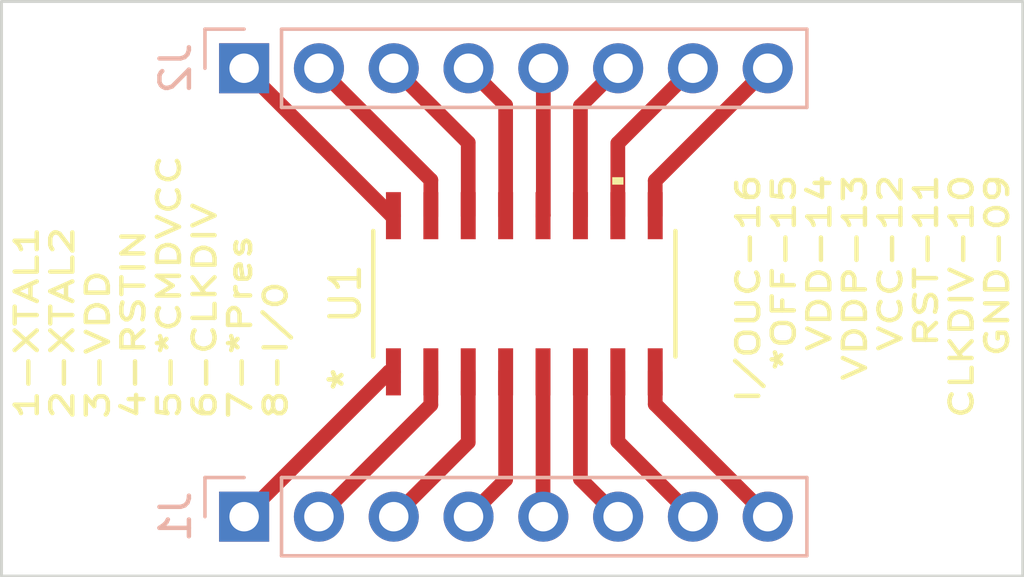
<source format=kicad_pcb>
(kicad_pcb (version 20240108) (generator "pcbnew") (generator_version "8.0")
  (title_block (date "sam. 04 avril 2015"))
  (layers (0 "F.Cu" signal) (31 "B.Cu" signal) (34 "B.Paste" user) (35 "F.Paste" user) (36 "B.SilkS" user "B.Silkscreen") (37 "F.SilkS" user "F.Silkscreen") (38 "B.Mask" user) (39 "F.Mask" user) (44 "Edge.Cuts" user))
  (net 0 "")
  (net 1 "Net-(J1-Pin_7)")
  (net 2 "Net-(J1-Pin_6)")
  (net 3 "Net-(J1-Pin_4)")
  (net 4 "Net-(J1-Pin_1)")
  (net 5 "Net-(J1-Pin_3)")
  (net 6 "Net-(J1-Pin_5)")
  (net 7 "Net-(J1-Pin_2)")
  (net 8 "Net-(J1-Pin_8)")
  (net 9 "Net-(J2-Pin_2)")
  (net 10 "Net-(J2-Pin_5)")
  (net 11 "Net-(J2-Pin_6)")
  (net 12 "Net-(J2-Pin_4)")
  (net 13 "Net-(J2-Pin_3)")
  (net 14 "Net-(J2-Pin_1)")
  (net 15 "Net-(J2-Pin_8)")
  (net 16 "Net-(J2-Pin_7)")
  (footprint "Arduino_MountingHole:MountingHole_65mil" (layer "F.Cu") (at 98.5 83.51)
    (property "Reference" "MH2" (hide yes))
    (property "Value" "MountingHole_65mil" (hide yes))
    (pad "" np_thru_hole circle (at 0 0) (size 1.651 1.651) (drill 1.651) (layers "F&B.Cu" "*.Mask"))
  )
  (footprint "project_custom:SO-16_STM" (layer "F.Cu") (at 113.325 91.1543 90)
    (property "Reference" "U1" (at 0 -6.075 90) (layer "F.SilkS"))
    (property "Value" "ST8034TDT")
    (fp_line (start 2.1336 -5.1308) (end -2.1336 -5.1308) (stroke (width 0.1524)) (layer "F.SilkS"))
    (fp_line (start -2.1336 5.1308) (end 2.1336 5.1308) (stroke (width 0.1524)) (layer "F.SilkS"))
    (fp_poly (pts (xy 3.9624 2.9845) (xy 3.9624 3.3655) (xy 3.7084 3.3655) (xy 3.7084 2.9845)) (fill solid) (layer "F.SilkS"))
    (fp_text user "*" (at -2.9083 -6.096 90) (layer "F.SilkS"))
    (fp_text user "*" (at -2.9083 -6.096 90) (layer "F.SilkS"))
    (pad "1" smd rect (at -2.6543 -4.445 90) (size 1.6002 0.508) (layers "F.Cu" "F.Paste" "F.Mask") (net 4 "Net-(J1-Pin_1)"))
    (pad "2" smd rect (at -2.6543 -3.175 90) (size 1.6002 0.508) (layers "F.Cu" "F.Paste" "F.Mask") (net 7 "Net-(J1-Pin_2)"))
    (pad "3" smd rect (at -2.6543 -1.905 90) (size 1.6002 0.508) (layers "F.Cu" "F.Paste" "F.Mask") (net 5 "Net-(J1-Pin_3)"))
    (pad "4" smd rect (at -2.6543 -0.635 90) (size 1.6002 0.508) (layers "F.Cu" "F.Paste" "F.Mask") (net 3 "Net-(J1-Pin_4)"))
    (pad "5" smd rect (at -2.6543 0.635 90) (size 1.6002 0.508) (layers "F.Cu" "F.Paste" "F.Mask") (net 6 "Net-(J1-Pin_5)"))
    (pad "6" smd rect (at -2.6543 1.905 90) (size 1.6002 0.508) (layers "F.Cu" "F.Paste" "F.Mask") (net 2 "Net-(J1-Pin_6)"))
    (pad "7" smd rect (at -2.6543 3.175 90) (size 1.6002 0.508) (layers "F.Cu" "F.Paste" "F.Mask") (net 1 "Net-(J1-Pin_7)"))
    (pad "8" smd rect (at -2.6543 4.445 90) (size 1.6002 0.508) (layers "F.Cu" "F.Paste" "F.Mask") (net 8 "Net-(J1-Pin_8)"))
    (pad "9" smd rect (at 2.6543 4.445 90) (size 1.6002 0.508) (layers "F.Cu" "F.Paste" "F.Mask") (net 15 "Net-(J2-Pin_8)"))
    (pad "10" smd rect (at 2.6543 3.175 90) (size 1.6002 0.508) (layers "F.Cu" "F.Paste" "F.Mask") (net 16 "Net-(J2-Pin_7)"))
    (pad "11" smd rect (at 2.6543 1.905 90) (size 1.6002 0.508) (layers "F.Cu" "F.Paste" "F.Mask") (net 11 "Net-(J2-Pin_6)"))
    (pad "12" smd rect (at 2.6543 0.635 90) (size 1.6002 0.508) (layers "F.Cu" "F.Paste" "F.Mask") (net 10 "Net-(J2-Pin_5)"))
    (pad "13" smd rect (at 2.6543 -0.635 90) (size 1.6002 0.508) (layers "F.Cu" "F.Paste" "F.Mask") (net 12 "Net-(J2-Pin_4)"))
    (pad "14" smd rect (at 2.6543 -1.905 90) (size 1.6002 0.508) (layers "F.Cu" "F.Paste" "F.Mask") (net 13 "Net-(J2-Pin_3)"))
    (pad "15" smd rect (at 2.6543 -3.175 90) (size 1.6002 0.508) (layers "F.Cu" "F.Paste" "F.Mask") (net 9 "Net-(J2-Pin_2)"))
    (pad "16" smd rect (at 2.6543 -4.445 90) (size 1.6002 0.508) (layers "F.Cu" "F.Paste" "F.Mask") (net 14 "Net-(J2-Pin_1)"))
  )
  (footprint "Arduino_MountingHole:MountingHole_65mil" (layer "F.Cu") (at 127.25 98.74)
    (property "Reference" "MH4" (hide yes))
    (property "Value" "MountingHole_65mil" (hide yes))
    (pad "" np_thru_hole circle (at 0 0) (size 1.651 1.651) (drill 1.651) (layers "F&B.Cu" "*.Mask"))
  )
  (footprint "Arduino_MountingHole:MountingHole_65mil" (layer "F.Cu") (at 98.5 98.75)
    (property "Reference" "MH1" (hide yes))
    (property "Value" "MountingHole_65mil" (hide yes))
    (pad "" np_thru_hole circle (at 0 0) (size 1.651 1.651) (drill 1.651) (layers "F&B.Cu" "*.Mask"))
  )
  (footprint "Arduino_MountingHole:MountingHole_65mil" (layer "F.Cu") (at 127.25 83.5)
    (property "Reference" "MH3" (hide yes))
    (property "Value" "MountingHole_65mil" (hide yes))
    (pad "" np_thru_hole circle (at 0 0) (size 1.651 1.651) (drill 1.651) (layers "F&B.Cu" "*.Mask"))
  )
  (footprint "Connector_PinHeader_2.54mm:PinHeader_1x08_P2.54mm_Vertical" (layer "B.Cu") (at 103.81 98.73 -90)
    (property "Reference" "J1" (at 0 2.33 90) (layer "B.SilkS") (effects (justify mirror)))
    (property "Value" "Analog" (hide yes))
    (fp_line (start -1.33 1.33) (end -1.33 0) (stroke (width 0.12)) (layer "B.SilkS"))
    (fp_line (start 0 1.33) (end -1.33 1.33) (stroke (width 0.12)) (layer "B.SilkS"))
    (fp_line (start 1.33 -1.27) (end -1.33 -1.27) (stroke (width 0.12)) (layer "B.SilkS"))
    (fp_line (start -1.33 -19.11) (end -1.33 -1.27) (stroke (width 0.12)) (layer "B.SilkS"))
    (fp_line (start 1.33 -19.11) (end 1.33 -1.27) (stroke (width 0.12)) (layer "B.SilkS"))
    (fp_line (start 1.33 -19.11) (end -1.33 -19.11) (stroke (width 0.12)) (layer "B.SilkS"))
    (pad "1" thru_hole rect (at 0 0 270) (size 1.7 1.7) (drill 1) (layers "*.Cu" "*.Mask") (net 4 "Net-(J1-Pin_1)"))
    (pad "2" thru_hole oval (at 0 -2.54 270) (size 1.7 1.7) (drill 1) (layers "*.Cu" "*.Mask") (net 7 "Net-(J1-Pin_2)"))
    (pad "3" thru_hole oval (at 0 -5.08 270) (size 1.7 1.7) (drill 1) (layers "*.Cu" "*.Mask") (net 5 "Net-(J1-Pin_3)"))
    (pad "4" thru_hole oval (at 0 -7.62 270) (size 1.7 1.7) (drill 1) (layers "*.Cu" "*.Mask") (net 3 "Net-(J1-Pin_4)"))
    (pad "5" thru_hole oval (at 0 -10.16 270) (size 1.7 1.7) (drill 1) (layers "*.Cu" "*.Mask") (net 6 "Net-(J1-Pin_5)"))
    (pad "6" thru_hole oval (at 0 -12.7 270) (size 1.7 1.7) (drill 1) (layers "*.Cu" "*.Mask") (net 2 "Net-(J1-Pin_6)"))
    (pad "7" thru_hole oval (at 0 -15.24 270) (size 1.7 1.7) (drill 1) (layers "*.Cu" "*.Mask") (net 1 "Net-(J1-Pin_7)"))
    (pad "8" thru_hole oval (at 0 -17.78 270) (size 1.7 1.7) (drill 1) (layers "*.Cu" "*.Mask") (net 8 "Net-(J1-Pin_8)"))
  )
  (footprint "Connector_PinHeader_2.54mm:PinHeader_1x08_P2.54mm_Vertical" (layer "B.Cu") (at 103.81 83.49 -90)
    (property "Reference" "J2" (at 0 2.33 90) (layer "B.SilkS") (effects (justify mirror)))
    (property "Value" "Digital" (hide yes))
    (fp_line (start -1.33 1.33) (end -1.33 0) (stroke (width 0.12)) (layer "B.SilkS"))
    (fp_line (start 0 1.33) (end -1.33 1.33) (stroke (width 0.12)) (layer "B.SilkS"))
    (fp_line (start 1.33 -1.27) (end -1.33 -1.27) (stroke (width 0.12)) (layer "B.SilkS"))
    (fp_line (start -1.33 -19.11) (end -1.33 -1.27) (stroke (width 0.12)) (layer "B.SilkS"))
    (fp_line (start 1.33 -19.11) (end 1.33 -1.27) (stroke (width 0.12)) (layer "B.SilkS"))
    (fp_line (start 1.33 -19.11) (end -1.33 -19.11) (stroke (width 0.12)) (layer "B.SilkS"))
    (pad "1" thru_hole rect (at 0 0 270) (size 1.7 1.7) (drill 1) (layers "*.Cu" "*.Mask") (net 14 "Net-(J2-Pin_1)"))
    (pad "2" thru_hole oval (at 0 -2.54 270) (size 1.7 1.7) (drill 1) (layers "*.Cu" "*.Mask") (net 9 "Net-(J2-Pin_2)"))
    (pad "3" thru_hole oval (at 0 -5.08 270) (size 1.7 1.7) (drill 1) (layers "*.Cu" "*.Mask") (net 13 "Net-(J2-Pin_3)"))
    (pad "4" thru_hole oval (at 0 -7.62 270) (size 1.7 1.7) (drill 1) (layers "*.Cu" "*.Mask") (net 12 "Net-(J2-Pin_4)"))
    (pad "5" thru_hole oval (at 0 -10.16 270) (size 1.7 1.7) (drill 1) (layers "*.Cu" "*.Mask") (net 10 "Net-(J2-Pin_5)"))
    (pad "6" thru_hole oval (at 0 -12.7 270) (size 1.7 1.7) (drill 1) (layers "*.Cu" "*.Mask") (net 11 "Net-(J2-Pin_6)"))
    (pad "7" thru_hole oval (at 0 -15.24 270) (size 1.7 1.7) (drill 1) (layers "*.Cu" "*.Mask") (net 16 "Net-(J2-Pin_7)"))
    (pad "8" thru_hole oval (at 0 -17.78 270) (size 1.7 1.7) (drill 1) (layers "*.Cu" "*.Mask") (net 15 "Net-(J2-Pin_8)"))
  )
  (gr_rect (start 95.57 81.22) (end 130.25 100.75) (stroke (width 0.1)) (fill none) (layer "Edge.Cuts"))
  (gr_text "1-XTAL1\n2-XTAL2\n3-VDD\n4-RSTIN\n5-*CMDVCC\n6-CLKDIV\n7-*Pres\n8-I/0" (at 105.32 95.5 90) (layer "F.SilkS") (effects (font (size 0.75 1)) (justify left bottom)))
  (gr_text "I/OUC-16\n*OFF-15\nVDD-14\nVDDP-13\nVCC-12\nRST-11\nCLKDIV-10\nGND-09" (at 129.82 87 90) (layer "F.SilkS") (effects (font (size 0.75 1)) (justify right bottom)))
  (segment (start 116.5 93.8086) (end 116.5 96.18) (width 0.5) (layer "F.Cu") (net 1))
  (segment (start 116.5 96.18) (end 119.05 98.73) (width 0.5) (layer "F.Cu") (net 1))
  (segment (start 115.23 97.45) (end 116.51 98.73) (width 0.5) (layer "F.Cu") (net 2))
  (segment (start 115.23 93.8086) (end 115.23 97.45) (width 0.5) (layer "F.Cu") (net 2))
  (segment (start 112.69 97.47) (end 111.43 98.73) (width 0.5) (layer "F.Cu") (net 3))
  (segment (start 112.69 93.8086) (end 112.69 97.47) (width 0.5) (layer "F.Cu") (net 3))
  (segment (start 108.7314 93.8086) (end 103.81 98.73) (width 0.5) (layer "F.Cu") (net 4))
  (segment (start 108.88 93.8086) (end 108.7314 93.8086) (width 0.5) (layer "F.Cu") (net 4))
  (segment (start 111.42 96.2) (end 108.89 98.73) (width 0.5) (layer "F.Cu") (net 5))
  (segment (start 111.42 93.8086) (end 111.42 96.2) (width 0.5) (layer "F.Cu") (net 5))
  (segment (start 113.96 98.72) (end 113.97 98.73) (width 0.5) (layer "F.Cu") (net 6))
  (segment (start 113.96 93.8086) (end 113.96 98.72) (width 0.5) (layer "F.Cu") (net 6))
  (segment (start 110.15 94.93) (end 106.35 98.73) (width 0.5) (layer "F.Cu") (net 7))
  (segment (start 110.15 93.8086) (end 110.15 94.93) (width 0.5) (layer "F.Cu") (net 7))
  (segment (start 117.77 93.8086) (end 117.77 94.91) (width 0.5) (layer "F.Cu") (net 8))
  (segment (start 117.77 94.91) (end 121.59 98.73) (width 0.5) (layer "F.Cu") (net 8))
  (segment (start 110.15 87.29) (end 106.35 83.49) (width 0.5) (layer "F.Cu") (net 9))
  (segment (start 110.15 88.5) (end 110.15 87.29) (width 0.5) (layer "F.Cu") (net 9))
  (segment (start 113.97 88.49) (end 113.96 88.5) (width 0.5) (layer "F.Cu") (net 10))
  (segment (start 113.97 83.49) (end 113.97 88.49) (width 0.5) (layer "F.Cu") (net 10))
  (segment (start 115.23 84.77) (end 115.23 88.5) (width 0.5) (layer "F.Cu") (net 11))
  (segment (start 116.51 83.49) (end 115.23 84.77) (width 0.5) (layer "F.Cu") (net 11))
  (segment (start 111.43 83.49) (end 112.69 84.75) (width 0.5) (layer "F.Cu") (net 12))
  (segment (start 112.69 84.75) (end 112.69 88.5) (width 0.5) (layer "F.Cu") (net 12))
  (segment (start 108.89 83.49) (end 111.42 86.02) (width 0.5) (layer "F.Cu") (net 13))
  (segment (start 111.42 86.02) (end 111.42 88.5) (width 0.5) (layer "F.Cu") (net 13))
  (segment (start 108.82 88.5) (end 103.81 83.49) (width 0.5) (layer "F.Cu") (net 14))
  (segment (start 108.88 88.5) (end 108.82 88.5) (width 0.5) (layer "F.Cu") (net 14))
  (segment (start 117.77 87.31) (end 117.77 88.5) (width 0.5) (layer "F.Cu") (net 15))
  (segment (start 121.59 83.49) (end 117.77 87.31) (width 0.5) (layer "F.Cu") (net 15))
  (segment (start 116.5 86.04) (end 116.5 88.5) (width 0.5) (layer "F.Cu") (net 16))
  (segment (start 119.05 83.49) (end 116.5 86.04) (width 0.5) (layer "F.Cu") (net 16))
)
</source>
